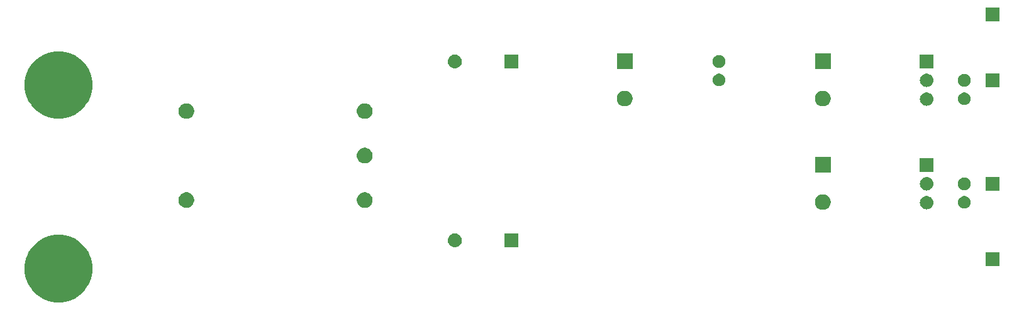
<source format=gbr>
G04 #@! TF.GenerationSoftware,KiCad,Pcbnew,(5.0.1-3-g963ef8bb5)*
G04 #@! TF.CreationDate,2018-11-01T00:44:27+09:00*
G04 #@! TF.ProjectId,firstTraining,6669727374547261696E696E672E6B69,rev?*
G04 #@! TF.SameCoordinates,Original*
G04 #@! TF.FileFunction,Soldermask,Bot*
G04 #@! TF.FilePolarity,Negative*
%FSLAX46Y46*%
G04 Gerber Fmt 4.6, Leading zero omitted, Abs format (unit mm)*
G04 Created by KiCad (PCBNEW (5.0.1-3-g963ef8bb5)) date 2018年11月01日 木曜日 00:44:27*
%MOMM*%
%LPD*%
G01*
G04 APERTURE LIST*
%ADD10C,0.100000*%
G04 APERTURE END LIST*
D10*
G36*
X74987475Y-97223892D02*
X74987477Y-97223893D01*
X74987478Y-97223893D01*
X75815707Y-97566956D01*
X76557727Y-98062759D01*
X76561096Y-98065010D01*
X77194990Y-98698904D01*
X77194992Y-98698907D01*
X77693044Y-99444293D01*
X77804973Y-99714515D01*
X78036108Y-100272525D01*
X78211000Y-101151764D01*
X78211000Y-102048236D01*
X78200505Y-102101000D01*
X78036107Y-102927478D01*
X77693044Y-103755707D01*
X77325447Y-104305854D01*
X77194990Y-104501096D01*
X76561096Y-105134990D01*
X76561093Y-105134992D01*
X75815707Y-105633044D01*
X74987478Y-105976107D01*
X74987477Y-105976107D01*
X74987475Y-105976108D01*
X74108236Y-106151000D01*
X73211764Y-106151000D01*
X72332525Y-105976108D01*
X72332523Y-105976107D01*
X72332522Y-105976107D01*
X71504293Y-105633044D01*
X70758907Y-105134992D01*
X70758904Y-105134990D01*
X70125010Y-104501096D01*
X69994553Y-104305854D01*
X69626956Y-103755707D01*
X69283893Y-102927478D01*
X69119496Y-102101000D01*
X69109000Y-102048236D01*
X69109000Y-101151764D01*
X69283892Y-100272525D01*
X69515027Y-99714515D01*
X69626956Y-99444293D01*
X70125008Y-98698907D01*
X70125010Y-98698904D01*
X70758904Y-98065010D01*
X70762273Y-98062759D01*
X71504293Y-97566956D01*
X72332522Y-97223893D01*
X72332523Y-97223893D01*
X72332525Y-97223892D01*
X73211764Y-97049000D01*
X74108236Y-97049000D01*
X74987475Y-97223892D01*
X74987475Y-97223892D01*
G37*
G36*
X200291000Y-101231000D02*
X198489000Y-101231000D01*
X198489000Y-99429000D01*
X200291000Y-99429000D01*
X200291000Y-101231000D01*
X200291000Y-101231000D01*
G37*
G36*
X135571000Y-98741000D02*
X133669000Y-98741000D01*
X133669000Y-96839000D01*
X135571000Y-96839000D01*
X135571000Y-98741000D01*
X135571000Y-98741000D01*
G37*
G36*
X127186425Y-96852760D02*
X127186428Y-96852761D01*
X127186429Y-96852761D01*
X127365693Y-96907140D01*
X127365695Y-96907141D01*
X127530905Y-96995448D01*
X127675712Y-97114288D01*
X127794552Y-97259095D01*
X127882859Y-97424305D01*
X127937240Y-97603575D01*
X127955601Y-97790000D01*
X127937240Y-97976425D01*
X127937239Y-97976428D01*
X127937239Y-97976429D01*
X127906166Y-98078864D01*
X127882859Y-98155695D01*
X127794552Y-98320905D01*
X127675712Y-98465712D01*
X127530905Y-98584552D01*
X127372952Y-98668980D01*
X127365693Y-98672860D01*
X127186429Y-98727239D01*
X127186428Y-98727239D01*
X127186425Y-98727240D01*
X127046718Y-98741000D01*
X126953282Y-98741000D01*
X126813575Y-98727240D01*
X126813572Y-98727239D01*
X126813571Y-98727239D01*
X126634307Y-98672860D01*
X126627048Y-98668980D01*
X126469095Y-98584552D01*
X126324288Y-98465712D01*
X126205448Y-98320905D01*
X126117141Y-98155695D01*
X126093835Y-98078864D01*
X126062761Y-97976429D01*
X126062761Y-97976428D01*
X126062760Y-97976425D01*
X126044399Y-97790000D01*
X126062760Y-97603575D01*
X126117141Y-97424305D01*
X126205448Y-97259095D01*
X126324288Y-97114288D01*
X126469095Y-96995448D01*
X126634305Y-96907141D01*
X126634307Y-96907140D01*
X126813571Y-96852761D01*
X126813572Y-96852761D01*
X126813575Y-96852760D01*
X126953282Y-96839000D01*
X127046718Y-96839000D01*
X127186425Y-96852760D01*
X127186425Y-96852760D01*
G37*
G36*
X176836565Y-91619389D02*
X177027834Y-91698615D01*
X177199976Y-91813637D01*
X177346363Y-91960024D01*
X177461385Y-92132166D01*
X177540611Y-92323435D01*
X177581000Y-92526484D01*
X177581000Y-92733516D01*
X177540611Y-92936565D01*
X177461385Y-93127834D01*
X177346363Y-93299976D01*
X177199976Y-93446363D01*
X177027834Y-93561385D01*
X176836565Y-93640611D01*
X176633516Y-93681000D01*
X176426484Y-93681000D01*
X176223435Y-93640611D01*
X176032166Y-93561385D01*
X175860024Y-93446363D01*
X175713637Y-93299976D01*
X175598615Y-93127834D01*
X175519389Y-92936565D01*
X175479000Y-92733516D01*
X175479000Y-92526484D01*
X175519389Y-92323435D01*
X175598615Y-92132166D01*
X175713637Y-91960024D01*
X175860024Y-91813637D01*
X176032166Y-91698615D01*
X176223435Y-91619389D01*
X176426484Y-91579000D01*
X176633516Y-91579000D01*
X176836565Y-91619389D01*
X176836565Y-91619389D01*
G37*
G36*
X190610442Y-91815518D02*
X190676627Y-91822037D01*
X190774423Y-91851703D01*
X190846467Y-91873557D01*
X190925596Y-91915853D01*
X191002991Y-91957222D01*
X191038729Y-91986552D01*
X191140186Y-92069814D01*
X191191355Y-92132165D01*
X191252778Y-92207009D01*
X191252779Y-92207011D01*
X191336443Y-92363533D01*
X191336443Y-92363534D01*
X191387963Y-92533373D01*
X191405359Y-92710000D01*
X191387963Y-92886627D01*
X191353616Y-92999853D01*
X191336443Y-93056467D01*
X191327552Y-93073100D01*
X191252778Y-93212991D01*
X191223448Y-93248729D01*
X191140186Y-93350186D01*
X191050064Y-93424146D01*
X191002991Y-93462778D01*
X191002989Y-93462779D01*
X190846467Y-93546443D01*
X190797212Y-93561384D01*
X190676627Y-93597963D01*
X190610442Y-93604482D01*
X190544260Y-93611000D01*
X190455740Y-93611000D01*
X190389557Y-93604481D01*
X190323373Y-93597963D01*
X190202788Y-93561384D01*
X190153533Y-93546443D01*
X189997011Y-93462779D01*
X189997009Y-93462778D01*
X189949936Y-93424146D01*
X189859814Y-93350186D01*
X189776552Y-93248729D01*
X189747222Y-93212991D01*
X189672448Y-93073100D01*
X189663557Y-93056467D01*
X189646384Y-92999853D01*
X189612037Y-92886627D01*
X189594641Y-92710000D01*
X189612037Y-92533373D01*
X189663557Y-92363534D01*
X189663557Y-92363533D01*
X189747221Y-92207011D01*
X189747222Y-92207009D01*
X189808645Y-92132165D01*
X189859814Y-92069814D01*
X189961271Y-91986552D01*
X189997009Y-91957222D01*
X190074404Y-91915853D01*
X190153533Y-91873557D01*
X190225577Y-91851703D01*
X190323373Y-91822037D01*
X190389558Y-91815518D01*
X190455740Y-91809000D01*
X190544260Y-91809000D01*
X190610442Y-91815518D01*
X190610442Y-91815518D01*
G37*
G36*
X195828228Y-91851703D02*
X195983100Y-91915853D01*
X196122481Y-92008985D01*
X196241015Y-92127519D01*
X196334147Y-92266900D01*
X196398297Y-92421772D01*
X196431000Y-92586184D01*
X196431000Y-92753816D01*
X196398297Y-92918228D01*
X196334147Y-93073100D01*
X196241015Y-93212481D01*
X196122481Y-93331015D01*
X195983100Y-93424147D01*
X195828228Y-93488297D01*
X195663816Y-93521000D01*
X195496184Y-93521000D01*
X195331772Y-93488297D01*
X195176900Y-93424147D01*
X195037519Y-93331015D01*
X194918985Y-93212481D01*
X194825853Y-93073100D01*
X194761703Y-92918228D01*
X194729000Y-92753816D01*
X194729000Y-92586184D01*
X194761703Y-92421772D01*
X194825853Y-92266900D01*
X194918985Y-92127519D01*
X195037519Y-92008985D01*
X195176900Y-91915853D01*
X195331772Y-91851703D01*
X195496184Y-91819000D01*
X195663816Y-91819000D01*
X195828228Y-91851703D01*
X195828228Y-91851703D01*
G37*
G36*
X91176565Y-91349389D02*
X91367834Y-91428615D01*
X91539976Y-91543637D01*
X91686363Y-91690024D01*
X91801385Y-91862166D01*
X91880611Y-92053435D01*
X91921000Y-92256484D01*
X91921000Y-92463516D01*
X91880611Y-92666565D01*
X91801385Y-92857834D01*
X91686363Y-93029976D01*
X91539976Y-93176363D01*
X91367834Y-93291385D01*
X91176565Y-93370611D01*
X90973516Y-93411000D01*
X90766484Y-93411000D01*
X90563435Y-93370611D01*
X90372166Y-93291385D01*
X90200024Y-93176363D01*
X90053637Y-93029976D01*
X89938615Y-92857834D01*
X89859389Y-92666565D01*
X89819000Y-92463516D01*
X89819000Y-92256484D01*
X89859389Y-92053435D01*
X89938615Y-91862166D01*
X90053637Y-91690024D01*
X90200024Y-91543637D01*
X90372166Y-91428615D01*
X90563435Y-91349389D01*
X90766484Y-91309000D01*
X90973516Y-91309000D01*
X91176565Y-91349389D01*
X91176565Y-91349389D01*
G37*
G36*
X115176565Y-91349389D02*
X115367834Y-91428615D01*
X115539976Y-91543637D01*
X115686363Y-91690024D01*
X115801385Y-91862166D01*
X115880611Y-92053435D01*
X115921000Y-92256484D01*
X115921000Y-92463516D01*
X115880611Y-92666565D01*
X115801385Y-92857834D01*
X115686363Y-93029976D01*
X115539976Y-93176363D01*
X115367834Y-93291385D01*
X115176565Y-93370611D01*
X114973516Y-93411000D01*
X114766484Y-93411000D01*
X114563435Y-93370611D01*
X114372166Y-93291385D01*
X114200024Y-93176363D01*
X114053637Y-93029976D01*
X113938615Y-92857834D01*
X113859389Y-92666565D01*
X113819000Y-92463516D01*
X113819000Y-92256484D01*
X113859389Y-92053435D01*
X113938615Y-91862166D01*
X114053637Y-91690024D01*
X114200024Y-91543637D01*
X114372166Y-91428615D01*
X114563435Y-91349389D01*
X114766484Y-91309000D01*
X114973516Y-91309000D01*
X115176565Y-91349389D01*
X115176565Y-91349389D01*
G37*
G36*
X200291000Y-91071000D02*
X198489000Y-91071000D01*
X198489000Y-89269000D01*
X200291000Y-89269000D01*
X200291000Y-91071000D01*
X200291000Y-91071000D01*
G37*
G36*
X190610443Y-89275519D02*
X190676627Y-89282037D01*
X190789853Y-89316384D01*
X190846467Y-89333557D01*
X190985087Y-89407652D01*
X191002991Y-89417222D01*
X191038729Y-89446552D01*
X191140186Y-89529814D01*
X191220369Y-89627519D01*
X191252778Y-89667009D01*
X191252779Y-89667011D01*
X191336443Y-89823533D01*
X191336443Y-89823534D01*
X191387963Y-89993373D01*
X191405359Y-90170000D01*
X191387963Y-90346627D01*
X191366243Y-90418228D01*
X191336443Y-90516467D01*
X191262348Y-90655087D01*
X191252778Y-90672991D01*
X191223448Y-90708729D01*
X191140186Y-90810186D01*
X191038729Y-90893448D01*
X191002991Y-90922778D01*
X191002989Y-90922779D01*
X190846467Y-91006443D01*
X190798478Y-91021000D01*
X190676627Y-91057963D01*
X190610442Y-91064482D01*
X190544260Y-91071000D01*
X190455740Y-91071000D01*
X190389558Y-91064482D01*
X190323373Y-91057963D01*
X190201522Y-91021000D01*
X190153533Y-91006443D01*
X189997011Y-90922779D01*
X189997009Y-90922778D01*
X189961271Y-90893448D01*
X189859814Y-90810186D01*
X189776552Y-90708729D01*
X189747222Y-90672991D01*
X189737652Y-90655087D01*
X189663557Y-90516467D01*
X189633757Y-90418228D01*
X189612037Y-90346627D01*
X189594641Y-90170000D01*
X189612037Y-89993373D01*
X189663557Y-89823534D01*
X189663557Y-89823533D01*
X189747221Y-89667011D01*
X189747222Y-89667009D01*
X189779631Y-89627519D01*
X189859814Y-89529814D01*
X189961271Y-89446552D01*
X189997009Y-89417222D01*
X190014913Y-89407652D01*
X190153533Y-89333557D01*
X190210147Y-89316384D01*
X190323373Y-89282037D01*
X190389557Y-89275519D01*
X190455740Y-89269000D01*
X190544260Y-89269000D01*
X190610443Y-89275519D01*
X190610443Y-89275519D01*
G37*
G36*
X195828228Y-89351703D02*
X195983100Y-89415853D01*
X196122481Y-89508985D01*
X196241015Y-89627519D01*
X196334147Y-89766900D01*
X196398297Y-89921772D01*
X196431000Y-90086184D01*
X196431000Y-90253816D01*
X196398297Y-90418228D01*
X196334147Y-90573100D01*
X196241015Y-90712481D01*
X196122481Y-90831015D01*
X195983100Y-90924147D01*
X195828228Y-90988297D01*
X195663816Y-91021000D01*
X195496184Y-91021000D01*
X195331772Y-90988297D01*
X195176900Y-90924147D01*
X195037519Y-90831015D01*
X194918985Y-90712481D01*
X194825853Y-90573100D01*
X194761703Y-90418228D01*
X194729000Y-90253816D01*
X194729000Y-90086184D01*
X194761703Y-89921772D01*
X194825853Y-89766900D01*
X194918985Y-89627519D01*
X195037519Y-89508985D01*
X195176900Y-89415853D01*
X195331772Y-89351703D01*
X195496184Y-89319000D01*
X195663816Y-89319000D01*
X195828228Y-89351703D01*
X195828228Y-89351703D01*
G37*
G36*
X177581000Y-88681000D02*
X175479000Y-88681000D01*
X175479000Y-86579000D01*
X177581000Y-86579000D01*
X177581000Y-88681000D01*
X177581000Y-88681000D01*
G37*
G36*
X191401000Y-88531000D02*
X189599000Y-88531000D01*
X189599000Y-86729000D01*
X191401000Y-86729000D01*
X191401000Y-88531000D01*
X191401000Y-88531000D01*
G37*
G36*
X115176565Y-85349389D02*
X115367834Y-85428615D01*
X115539976Y-85543637D01*
X115686363Y-85690024D01*
X115801385Y-85862166D01*
X115880611Y-86053435D01*
X115921000Y-86256484D01*
X115921000Y-86463516D01*
X115880611Y-86666565D01*
X115801385Y-86857834D01*
X115686363Y-87029976D01*
X115539976Y-87176363D01*
X115367834Y-87291385D01*
X115176565Y-87370611D01*
X114973516Y-87411000D01*
X114766484Y-87411000D01*
X114563435Y-87370611D01*
X114372166Y-87291385D01*
X114200024Y-87176363D01*
X114053637Y-87029976D01*
X113938615Y-86857834D01*
X113859389Y-86666565D01*
X113819000Y-86463516D01*
X113819000Y-86256484D01*
X113859389Y-86053435D01*
X113938615Y-85862166D01*
X114053637Y-85690024D01*
X114200024Y-85543637D01*
X114372166Y-85428615D01*
X114563435Y-85349389D01*
X114766484Y-85309000D01*
X114973516Y-85309000D01*
X115176565Y-85349389D01*
X115176565Y-85349389D01*
G37*
G36*
X91176565Y-79349389D02*
X91367834Y-79428615D01*
X91539976Y-79543637D01*
X91686363Y-79690024D01*
X91801385Y-79862166D01*
X91880611Y-80053435D01*
X91921000Y-80256484D01*
X91921000Y-80463516D01*
X91880611Y-80666565D01*
X91801385Y-80857834D01*
X91686363Y-81029976D01*
X91539976Y-81176363D01*
X91367834Y-81291385D01*
X91176565Y-81370611D01*
X90973516Y-81411000D01*
X90766484Y-81411000D01*
X90563435Y-81370611D01*
X90372166Y-81291385D01*
X90200024Y-81176363D01*
X90053637Y-81029976D01*
X89938615Y-80857834D01*
X89859389Y-80666565D01*
X89819000Y-80463516D01*
X89819000Y-80256484D01*
X89859389Y-80053435D01*
X89938615Y-79862166D01*
X90053637Y-79690024D01*
X90200024Y-79543637D01*
X90372166Y-79428615D01*
X90563435Y-79349389D01*
X90766484Y-79309000D01*
X90973516Y-79309000D01*
X91176565Y-79349389D01*
X91176565Y-79349389D01*
G37*
G36*
X115176565Y-79349389D02*
X115367834Y-79428615D01*
X115539976Y-79543637D01*
X115686363Y-79690024D01*
X115801385Y-79862166D01*
X115880611Y-80053435D01*
X115921000Y-80256484D01*
X115921000Y-80463516D01*
X115880611Y-80666565D01*
X115801385Y-80857834D01*
X115686363Y-81029976D01*
X115539976Y-81176363D01*
X115367834Y-81291385D01*
X115176565Y-81370611D01*
X114973516Y-81411000D01*
X114766484Y-81411000D01*
X114563435Y-81370611D01*
X114372166Y-81291385D01*
X114200024Y-81176363D01*
X114053637Y-81029976D01*
X113938615Y-80857834D01*
X113859389Y-80666565D01*
X113819000Y-80463516D01*
X113819000Y-80256484D01*
X113859389Y-80053435D01*
X113938615Y-79862166D01*
X114053637Y-79690024D01*
X114200024Y-79543637D01*
X114372166Y-79428615D01*
X114563435Y-79349389D01*
X114766484Y-79309000D01*
X114973516Y-79309000D01*
X115176565Y-79349389D01*
X115176565Y-79349389D01*
G37*
G36*
X74987475Y-72468893D02*
X74987477Y-72468894D01*
X74987478Y-72468894D01*
X75815707Y-72811957D01*
X76481610Y-73256900D01*
X76561096Y-73310011D01*
X77194990Y-73943905D01*
X77194992Y-73943908D01*
X77693044Y-74689294D01*
X78036107Y-75517523D01*
X78036108Y-75517526D01*
X78211000Y-76396765D01*
X78211000Y-77293237D01*
X78038159Y-78162166D01*
X78036107Y-78172479D01*
X77693044Y-79000708D01*
X77325447Y-79550855D01*
X77194990Y-79746097D01*
X76561096Y-80379991D01*
X76561093Y-80379993D01*
X75815707Y-80878045D01*
X74987478Y-81221108D01*
X74987477Y-81221108D01*
X74987475Y-81221109D01*
X74108236Y-81396001D01*
X73211764Y-81396001D01*
X72332525Y-81221109D01*
X72332523Y-81221108D01*
X72332522Y-81221108D01*
X71504293Y-80878045D01*
X70758907Y-80379993D01*
X70758904Y-80379991D01*
X70125010Y-79746097D01*
X69994553Y-79550855D01*
X69626956Y-79000708D01*
X69283893Y-78172479D01*
X69281842Y-78162166D01*
X69109000Y-77293237D01*
X69109000Y-76396765D01*
X69283892Y-75517526D01*
X69283893Y-75517523D01*
X69626956Y-74689294D01*
X70125008Y-73943908D01*
X70125010Y-73943905D01*
X70758904Y-73310011D01*
X70838390Y-73256900D01*
X71504293Y-72811957D01*
X72332522Y-72468894D01*
X72332523Y-72468894D01*
X72332525Y-72468893D01*
X73211764Y-72294001D01*
X74108236Y-72294001D01*
X74987475Y-72468893D01*
X74987475Y-72468893D01*
G37*
G36*
X150166565Y-77649389D02*
X150357834Y-77728615D01*
X150529976Y-77843637D01*
X150676363Y-77990024D01*
X150791385Y-78162166D01*
X150870611Y-78353435D01*
X150911000Y-78556484D01*
X150911000Y-78763516D01*
X150870611Y-78966565D01*
X150791385Y-79157834D01*
X150676363Y-79329976D01*
X150529976Y-79476363D01*
X150357834Y-79591385D01*
X150166565Y-79670611D01*
X149963516Y-79711000D01*
X149756484Y-79711000D01*
X149553435Y-79670611D01*
X149362166Y-79591385D01*
X149190024Y-79476363D01*
X149043637Y-79329976D01*
X148928615Y-79157834D01*
X148849389Y-78966565D01*
X148809000Y-78763516D01*
X148809000Y-78556484D01*
X148849389Y-78353435D01*
X148928615Y-78162166D01*
X149043637Y-77990024D01*
X149190024Y-77843637D01*
X149362166Y-77728615D01*
X149553435Y-77649389D01*
X149756484Y-77609000D01*
X149963516Y-77609000D01*
X150166565Y-77649389D01*
X150166565Y-77649389D01*
G37*
G36*
X176836565Y-77649389D02*
X177027834Y-77728615D01*
X177199976Y-77843637D01*
X177346363Y-77990024D01*
X177461385Y-78162166D01*
X177540611Y-78353435D01*
X177581000Y-78556484D01*
X177581000Y-78763516D01*
X177540611Y-78966565D01*
X177461385Y-79157834D01*
X177346363Y-79329976D01*
X177199976Y-79476363D01*
X177027834Y-79591385D01*
X176836565Y-79670611D01*
X176633516Y-79711000D01*
X176426484Y-79711000D01*
X176223435Y-79670611D01*
X176032166Y-79591385D01*
X175860024Y-79476363D01*
X175713637Y-79329976D01*
X175598615Y-79157834D01*
X175519389Y-78966565D01*
X175479000Y-78763516D01*
X175479000Y-78556484D01*
X175519389Y-78353435D01*
X175598615Y-78162166D01*
X175713637Y-77990024D01*
X175860024Y-77843637D01*
X176032166Y-77728615D01*
X176223435Y-77649389D01*
X176426484Y-77609000D01*
X176633516Y-77609000D01*
X176836565Y-77649389D01*
X176836565Y-77649389D01*
G37*
G36*
X190610443Y-77845519D02*
X190676627Y-77852037D01*
X190774423Y-77881703D01*
X190846467Y-77903557D01*
X190925596Y-77945853D01*
X191002991Y-77987222D01*
X191038729Y-78016552D01*
X191140186Y-78099814D01*
X191223448Y-78201271D01*
X191252778Y-78237009D01*
X191252779Y-78237011D01*
X191336443Y-78393533D01*
X191336443Y-78393534D01*
X191387963Y-78563373D01*
X191405359Y-78740000D01*
X191387963Y-78916627D01*
X191364439Y-78994174D01*
X191336443Y-79086467D01*
X191327552Y-79103100D01*
X191252778Y-79242991D01*
X191223448Y-79278729D01*
X191140186Y-79380186D01*
X191050064Y-79454146D01*
X191002991Y-79492778D01*
X191002989Y-79492779D01*
X190846467Y-79576443D01*
X190797212Y-79591384D01*
X190676627Y-79627963D01*
X190610442Y-79634482D01*
X190544260Y-79641000D01*
X190455740Y-79641000D01*
X190389558Y-79634482D01*
X190323373Y-79627963D01*
X190202788Y-79591384D01*
X190153533Y-79576443D01*
X189997011Y-79492779D01*
X189997009Y-79492778D01*
X189949936Y-79454146D01*
X189859814Y-79380186D01*
X189776552Y-79278729D01*
X189747222Y-79242991D01*
X189672448Y-79103100D01*
X189663557Y-79086467D01*
X189635561Y-78994174D01*
X189612037Y-78916627D01*
X189594641Y-78740000D01*
X189612037Y-78563373D01*
X189663557Y-78393534D01*
X189663557Y-78393533D01*
X189747221Y-78237011D01*
X189747222Y-78237009D01*
X189776552Y-78201271D01*
X189859814Y-78099814D01*
X189961271Y-78016552D01*
X189997009Y-77987222D01*
X190074404Y-77945853D01*
X190153533Y-77903557D01*
X190225577Y-77881703D01*
X190323373Y-77852037D01*
X190389557Y-77845519D01*
X190455740Y-77839000D01*
X190544260Y-77839000D01*
X190610443Y-77845519D01*
X190610443Y-77845519D01*
G37*
G36*
X195828228Y-77881703D02*
X195983100Y-77945853D01*
X196122481Y-78038985D01*
X196241015Y-78157519D01*
X196334147Y-78296900D01*
X196398297Y-78451772D01*
X196431000Y-78616184D01*
X196431000Y-78783816D01*
X196398297Y-78948228D01*
X196334147Y-79103100D01*
X196241015Y-79242481D01*
X196122481Y-79361015D01*
X195983100Y-79454147D01*
X195828228Y-79518297D01*
X195663816Y-79551000D01*
X195496184Y-79551000D01*
X195331772Y-79518297D01*
X195176900Y-79454147D01*
X195037519Y-79361015D01*
X194918985Y-79242481D01*
X194825853Y-79103100D01*
X194761703Y-78948228D01*
X194729000Y-78783816D01*
X194729000Y-78616184D01*
X194761703Y-78451772D01*
X194825853Y-78296900D01*
X194918985Y-78157519D01*
X195037519Y-78038985D01*
X195176900Y-77945853D01*
X195331772Y-77881703D01*
X195496184Y-77849000D01*
X195663816Y-77849000D01*
X195828228Y-77881703D01*
X195828228Y-77881703D01*
G37*
G36*
X190610442Y-75305518D02*
X190676627Y-75312037D01*
X190774423Y-75341703D01*
X190846467Y-75363557D01*
X190925596Y-75405853D01*
X191002991Y-75447222D01*
X191038729Y-75476552D01*
X191140186Y-75559814D01*
X191220369Y-75657519D01*
X191252778Y-75697009D01*
X191252779Y-75697011D01*
X191336443Y-75853533D01*
X191336443Y-75853534D01*
X191387963Y-76023373D01*
X191405359Y-76200000D01*
X191387963Y-76376627D01*
X191380563Y-76401021D01*
X191336443Y-76546467D01*
X191262348Y-76685087D01*
X191252778Y-76702991D01*
X191223448Y-76738729D01*
X191140186Y-76840186D01*
X191050064Y-76914146D01*
X191002991Y-76952778D01*
X191002989Y-76952779D01*
X190846467Y-77036443D01*
X190798478Y-77051000D01*
X190676627Y-77087963D01*
X190610442Y-77094482D01*
X190544260Y-77101000D01*
X190455740Y-77101000D01*
X190389558Y-77094482D01*
X190323373Y-77087963D01*
X190201522Y-77051000D01*
X190153533Y-77036443D01*
X189997011Y-76952779D01*
X189997009Y-76952778D01*
X189949936Y-76914146D01*
X189859814Y-76840186D01*
X189776552Y-76738729D01*
X189747222Y-76702991D01*
X189737652Y-76685087D01*
X189663557Y-76546467D01*
X189619437Y-76401021D01*
X189612037Y-76376627D01*
X189594641Y-76200000D01*
X189612037Y-76023373D01*
X189663557Y-75853534D01*
X189663557Y-75853533D01*
X189747221Y-75697011D01*
X189747222Y-75697009D01*
X189779631Y-75657519D01*
X189859814Y-75559814D01*
X189961271Y-75476552D01*
X189997009Y-75447222D01*
X190074404Y-75405853D01*
X190153533Y-75363557D01*
X190225577Y-75341703D01*
X190323373Y-75312037D01*
X190389558Y-75305518D01*
X190455740Y-75299000D01*
X190544260Y-75299000D01*
X190610442Y-75305518D01*
X190610442Y-75305518D01*
G37*
G36*
X200291000Y-77101000D02*
X198489000Y-77101000D01*
X198489000Y-75299000D01*
X200291000Y-75299000D01*
X200291000Y-77101000D01*
X200291000Y-77101000D01*
G37*
G36*
X195828228Y-75381703D02*
X195983100Y-75445853D01*
X196122481Y-75538985D01*
X196241015Y-75657519D01*
X196334147Y-75796900D01*
X196398297Y-75951772D01*
X196431000Y-76116184D01*
X196431000Y-76283816D01*
X196398297Y-76448228D01*
X196334147Y-76603100D01*
X196241015Y-76742481D01*
X196122481Y-76861015D01*
X195983100Y-76954147D01*
X195828228Y-77018297D01*
X195663816Y-77051000D01*
X195496184Y-77051000D01*
X195331772Y-77018297D01*
X195176900Y-76954147D01*
X195037519Y-76861015D01*
X194918985Y-76742481D01*
X194825853Y-76603100D01*
X194761703Y-76448228D01*
X194729000Y-76283816D01*
X194729000Y-76116184D01*
X194761703Y-75951772D01*
X194825853Y-75796900D01*
X194918985Y-75657519D01*
X195037519Y-75538985D01*
X195176900Y-75445853D01*
X195331772Y-75381703D01*
X195496184Y-75349000D01*
X195663816Y-75349000D01*
X195828228Y-75381703D01*
X195828228Y-75381703D01*
G37*
G36*
X162808228Y-75341703D02*
X162963100Y-75405853D01*
X163102481Y-75498985D01*
X163221015Y-75617519D01*
X163314147Y-75756900D01*
X163378297Y-75911772D01*
X163411000Y-76076184D01*
X163411000Y-76243816D01*
X163378297Y-76408228D01*
X163314147Y-76563100D01*
X163221015Y-76702481D01*
X163102481Y-76821015D01*
X162963100Y-76914147D01*
X162808228Y-76978297D01*
X162643816Y-77011000D01*
X162476184Y-77011000D01*
X162311772Y-76978297D01*
X162156900Y-76914147D01*
X162017519Y-76821015D01*
X161898985Y-76702481D01*
X161805853Y-76563100D01*
X161741703Y-76408228D01*
X161709000Y-76243816D01*
X161709000Y-76076184D01*
X161741703Y-75911772D01*
X161805853Y-75756900D01*
X161898985Y-75617519D01*
X162017519Y-75498985D01*
X162156900Y-75405853D01*
X162311772Y-75341703D01*
X162476184Y-75309000D01*
X162643816Y-75309000D01*
X162808228Y-75341703D01*
X162808228Y-75341703D01*
G37*
G36*
X177581000Y-74711000D02*
X175479000Y-74711000D01*
X175479000Y-72609000D01*
X177581000Y-72609000D01*
X177581000Y-74711000D01*
X177581000Y-74711000D01*
G37*
G36*
X150911000Y-74711000D02*
X148809000Y-74711000D01*
X148809000Y-72609000D01*
X150911000Y-72609000D01*
X150911000Y-74711000D01*
X150911000Y-74711000D01*
G37*
G36*
X127186425Y-72722760D02*
X127186428Y-72722761D01*
X127186429Y-72722761D01*
X127365693Y-72777140D01*
X127365695Y-72777141D01*
X127530905Y-72865448D01*
X127675712Y-72984288D01*
X127794552Y-73129095D01*
X127882859Y-73294305D01*
X127882860Y-73294307D01*
X127937239Y-73473571D01*
X127937240Y-73473575D01*
X127955601Y-73660000D01*
X127937240Y-73846425D01*
X127937239Y-73846428D01*
X127937239Y-73846429D01*
X127899451Y-73971001D01*
X127882859Y-74025695D01*
X127794552Y-74190905D01*
X127675712Y-74335712D01*
X127530905Y-74454552D01*
X127530903Y-74454553D01*
X127365693Y-74542860D01*
X127186429Y-74597239D01*
X127186428Y-74597239D01*
X127186425Y-74597240D01*
X127046718Y-74611000D01*
X126953282Y-74611000D01*
X126813575Y-74597240D01*
X126813572Y-74597239D01*
X126813571Y-74597239D01*
X126634307Y-74542860D01*
X126469097Y-74454553D01*
X126469095Y-74454552D01*
X126324288Y-74335712D01*
X126205448Y-74190905D01*
X126117141Y-74025695D01*
X126100550Y-73971001D01*
X126062761Y-73846429D01*
X126062761Y-73846428D01*
X126062760Y-73846425D01*
X126044399Y-73660000D01*
X126062760Y-73473575D01*
X126062761Y-73473571D01*
X126117140Y-73294307D01*
X126117141Y-73294305D01*
X126205448Y-73129095D01*
X126324288Y-72984288D01*
X126469095Y-72865448D01*
X126634305Y-72777141D01*
X126634307Y-72777140D01*
X126813571Y-72722761D01*
X126813572Y-72722761D01*
X126813575Y-72722760D01*
X126953282Y-72709000D01*
X127046718Y-72709000D01*
X127186425Y-72722760D01*
X127186425Y-72722760D01*
G37*
G36*
X135571000Y-74611000D02*
X133669000Y-74611000D01*
X133669000Y-72709000D01*
X135571000Y-72709000D01*
X135571000Y-74611000D01*
X135571000Y-74611000D01*
G37*
G36*
X191401000Y-74561000D02*
X189599000Y-74561000D01*
X189599000Y-72759000D01*
X191401000Y-72759000D01*
X191401000Y-74561000D01*
X191401000Y-74561000D01*
G37*
G36*
X162808228Y-72841703D02*
X162963100Y-72905853D01*
X163102481Y-72998985D01*
X163221015Y-73117519D01*
X163314147Y-73256900D01*
X163378297Y-73411772D01*
X163411000Y-73576184D01*
X163411000Y-73743816D01*
X163378297Y-73908228D01*
X163314147Y-74063100D01*
X163221015Y-74202481D01*
X163102481Y-74321015D01*
X162963100Y-74414147D01*
X162808228Y-74478297D01*
X162643816Y-74511000D01*
X162476184Y-74511000D01*
X162311772Y-74478297D01*
X162156900Y-74414147D01*
X162017519Y-74321015D01*
X161898985Y-74202481D01*
X161805853Y-74063100D01*
X161741703Y-73908228D01*
X161709000Y-73743816D01*
X161709000Y-73576184D01*
X161741703Y-73411772D01*
X161805853Y-73256900D01*
X161898985Y-73117519D01*
X162017519Y-72998985D01*
X162156900Y-72905853D01*
X162311772Y-72841703D01*
X162476184Y-72809000D01*
X162643816Y-72809000D01*
X162808228Y-72841703D01*
X162808228Y-72841703D01*
G37*
G36*
X200291000Y-68211000D02*
X198489000Y-68211000D01*
X198489000Y-66409000D01*
X200291000Y-66409000D01*
X200291000Y-68211000D01*
X200291000Y-68211000D01*
G37*
M02*

</source>
